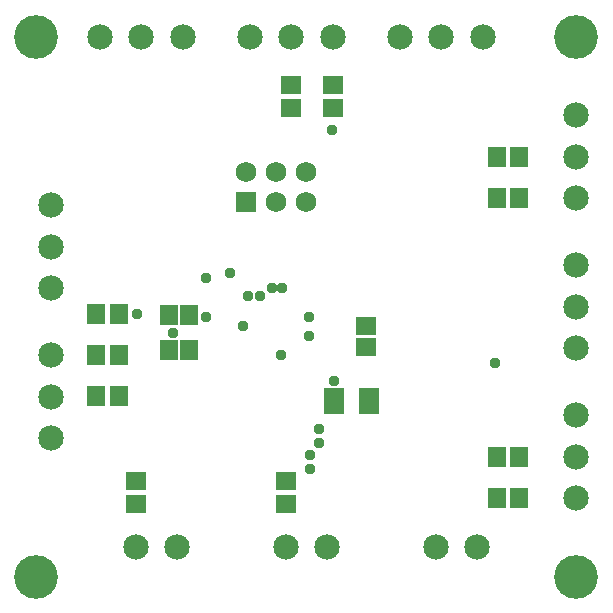
<source format=gbr>
G04 EAGLE Gerber RS-274X export*
G75*
%MOMM*%
%FSLAX34Y34*%
%LPD*%
%INSoldermask Bottom*%
%IPPOS*%
%AMOC8*
5,1,8,0,0,1.08239X$1,22.5*%
G01*
%ADD10C,3.703200*%
%ADD11R,1.503200X1.703200*%
%ADD12R,1.703200X2.203200*%
%ADD13R,1.703200X1.503200*%
%ADD14R,1.733200X1.733200*%
%ADD15C,1.733200*%
%ADD16C,2.153200*%
%ADD17R,1.803200X1.503200*%
%ADD18R,1.503200X1.803200*%
%ADD19C,0.959600*%


D10*
X38100Y38100D03*
X495300Y38100D03*
X495300Y495300D03*
X38100Y495300D03*
D11*
X167165Y259410D03*
X150165Y259410D03*
X150165Y230200D03*
X167165Y230200D03*
D12*
X290000Y187000D03*
X320000Y187000D03*
D13*
X317500Y249800D03*
X317500Y232800D03*
D14*
X215900Y355600D03*
D15*
X215900Y381000D03*
X241300Y355600D03*
X241300Y381000D03*
X266700Y355600D03*
X266700Y381000D03*
D16*
X411200Y63500D03*
X376200Y63500D03*
X495300Y139700D03*
X495300Y104700D03*
X495300Y174700D03*
X495300Y393700D03*
X495300Y358700D03*
X495300Y428700D03*
X254000Y495300D03*
X289000Y495300D03*
X219000Y495300D03*
X50800Y190500D03*
X50800Y225500D03*
X50800Y155500D03*
D17*
X254000Y454000D03*
X254000Y435000D03*
D18*
X88900Y225400D03*
X107900Y225400D03*
X446600Y358800D03*
X427600Y358800D03*
X446600Y393700D03*
X427600Y393700D03*
D17*
X288900Y454000D03*
X288900Y435000D03*
D18*
X88900Y190600D03*
X107900Y190600D03*
X107900Y260200D03*
X88900Y260200D03*
D17*
X122500Y99600D03*
X122500Y118600D03*
X249100Y99700D03*
X249100Y118700D03*
D18*
X446600Y104700D03*
X427600Y104700D03*
X446600Y139700D03*
X427600Y139700D03*
D16*
X495300Y266700D03*
X495300Y231700D03*
X495300Y301700D03*
X381000Y495300D03*
X416000Y495300D03*
X346000Y495300D03*
X127000Y495300D03*
X162000Y495300D03*
X92000Y495300D03*
X50800Y317500D03*
X50800Y352500D03*
X50800Y282500D03*
X157200Y63500D03*
X122200Y63500D03*
X284200Y63500D03*
X249200Y63500D03*
D19*
X290000Y204000D03*
X154000Y244000D03*
X426000Y219000D03*
X269000Y242000D03*
X269000Y258000D03*
X213000Y250000D03*
X245300Y225900D03*
X182000Y258000D03*
X182000Y291000D03*
X270000Y129000D03*
X277000Y151000D03*
X270000Y141000D03*
X277000Y163000D03*
X246288Y282100D03*
X237200Y282100D03*
X227000Y276000D03*
X217000Y276000D03*
X202000Y295000D03*
X288000Y416000D03*
X123000Y260000D03*
M02*

</source>
